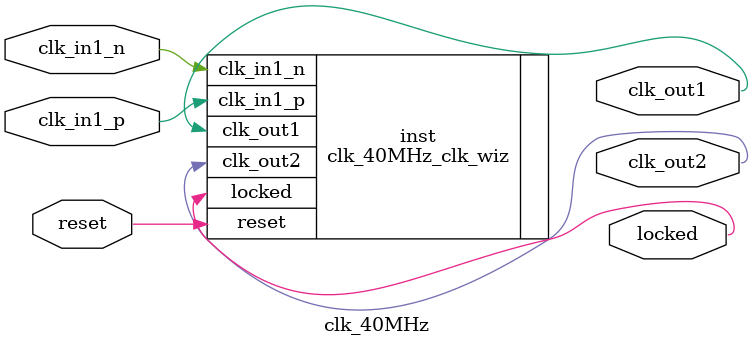
<source format=v>


`timescale 1ps/1ps

(* CORE_GENERATION_INFO = "clk_40MHz,clk_wiz_v6_0_0_0,{component_name=clk_40MHz,use_phase_alignment=true,use_min_o_jitter=false,use_max_i_jitter=false,use_dyn_phase_shift=false,use_inclk_switchover=false,use_dyn_reconfig=false,enable_axi=0,feedback_source=FDBK_AUTO,PRIMITIVE=MMCM,num_out_clk=2,clkin1_period=5.000,clkin2_period=10.0,use_power_down=false,use_reset=true,use_locked=true,use_inclk_stopped=false,feedback_type=SINGLE,CLOCK_MGR_TYPE=NA,manual_override=false}" *)

module clk_40MHz 
 (
  // Clock out ports
  output        clk_out1,
  output        clk_out2,
  // Status and control signals
  input         reset,
  output        locked,
 // Clock in ports
  input         clk_in1_p,
  input         clk_in1_n
 );

  clk_40MHz_clk_wiz inst
  (
  // Clock out ports  
  .clk_out1(clk_out1),
  .clk_out2(clk_out2),
  // Status and control signals               
  .reset(reset), 
  .locked(locked),
 // Clock in ports
  .clk_in1_p(clk_in1_p),
  .clk_in1_n(clk_in1_n)
  );

endmodule

</source>
